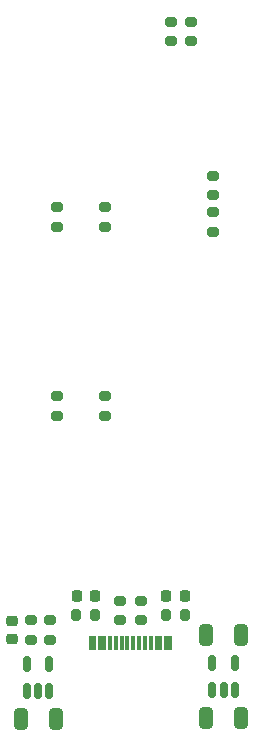
<source format=gtp>
%TF.GenerationSoftware,KiCad,Pcbnew,(6.0.5)*%
%TF.CreationDate,2022-11-21T17:11:25+07:00*%
%TF.ProjectId,Smart_P_ESP_3,536d6172-745f-4505-9f45-53505f332e6b,rev?*%
%TF.SameCoordinates,PX88da2e0PY8b54f20*%
%TF.FileFunction,Paste,Top*%
%TF.FilePolarity,Positive*%
%FSLAX46Y46*%
G04 Gerber Fmt 4.6, Leading zero omitted, Abs format (unit mm)*
G04 Created by KiCad (PCBNEW (6.0.5)) date 2022-11-21 17:11:25*
%MOMM*%
%LPD*%
G01*
G04 APERTURE LIST*
G04 Aperture macros list*
%AMRoundRect*
0 Rectangle with rounded corners*
0 $1 Rounding radius*
0 $2 $3 $4 $5 $6 $7 $8 $9 X,Y pos of 4 corners*
0 Add a 4 corners polygon primitive as box body*
4,1,4,$2,$3,$4,$5,$6,$7,$8,$9,$2,$3,0*
0 Add four circle primitives for the rounded corners*
1,1,$1+$1,$2,$3*
1,1,$1+$1,$4,$5*
1,1,$1+$1,$6,$7*
1,1,$1+$1,$8,$9*
0 Add four rect primitives between the rounded corners*
20,1,$1+$1,$2,$3,$4,$5,0*
20,1,$1+$1,$4,$5,$6,$7,0*
20,1,$1+$1,$6,$7,$8,$9,0*
20,1,$1+$1,$8,$9,$2,$3,0*%
G04 Aperture macros list end*
%ADD10RoundRect,0.200000X0.275000X-0.200000X0.275000X0.200000X-0.275000X0.200000X-0.275000X-0.200000X0*%
%ADD11RoundRect,0.200000X0.200000X0.275000X-0.200000X0.275000X-0.200000X-0.275000X0.200000X-0.275000X0*%
%ADD12RoundRect,0.218750X0.256250X-0.218750X0.256250X0.218750X-0.256250X0.218750X-0.256250X-0.218750X0*%
%ADD13RoundRect,0.250000X-0.325000X-0.650000X0.325000X-0.650000X0.325000X0.650000X-0.325000X0.650000X0*%
%ADD14RoundRect,0.250000X0.325000X0.650000X-0.325000X0.650000X-0.325000X-0.650000X0.325000X-0.650000X0*%
%ADD15RoundRect,0.218750X0.218750X0.256250X-0.218750X0.256250X-0.218750X-0.256250X0.218750X-0.256250X0*%
%ADD16RoundRect,0.218750X-0.218750X-0.256250X0.218750X-0.256250X0.218750X0.256250X-0.218750X0.256250X0*%
%ADD17RoundRect,0.200000X-0.200000X-0.275000X0.200000X-0.275000X0.200000X0.275000X-0.200000X0.275000X0*%
%ADD18RoundRect,0.150000X0.150000X-0.512500X0.150000X0.512500X-0.150000X0.512500X-0.150000X-0.512500X0*%
%ADD19RoundRect,0.200000X-0.275000X0.200000X-0.275000X-0.200000X0.275000X-0.200000X0.275000X0.200000X0*%
%ADD20R,0.300000X1.150000*%
G04 APERTURE END LIST*
D10*
%TO.C,R19*%
X18000000Y42650000D03*
X18000000Y44300000D03*
%TD*%
D11*
%TO.C,R6*%
X8025000Y10200000D03*
X6375000Y10200000D03*
%TD*%
D10*
%TO.C,R28*%
X4750000Y27075000D03*
X4750000Y28725000D03*
%TD*%
D12*
%TO.C,D6*%
X950000Y8162500D03*
X950000Y9737500D03*
%TD*%
D10*
%TO.C,R29*%
X8850000Y27075000D03*
X8850000Y28725000D03*
%TD*%
D13*
%TO.C,C6*%
X17425000Y8500000D03*
X20375000Y8500000D03*
%TD*%
D14*
%TO.C,C11*%
X4675000Y1450000D03*
X1725000Y1450000D03*
%TD*%
D10*
%TO.C,R24*%
X16100000Y58775000D03*
X16100000Y60425000D03*
%TD*%
D15*
%TO.C,D3*%
X15587500Y11850000D03*
X14012500Y11850000D03*
%TD*%
D16*
%TO.C,D4*%
X6462500Y11850000D03*
X8037500Y11850000D03*
%TD*%
D14*
%TO.C,C5*%
X20375000Y1500000D03*
X17425000Y1500000D03*
%TD*%
D17*
%TO.C,R9*%
X13975000Y10200000D03*
X15625000Y10200000D03*
%TD*%
D10*
%TO.C,R27*%
X8850000Y43075000D03*
X8850000Y44725000D03*
%TD*%
D18*
%TO.C,U4*%
X2250000Y3812500D03*
X3200000Y3812500D03*
X4150000Y3812500D03*
X4150000Y6087500D03*
X2250000Y6087500D03*
%TD*%
D10*
%TO.C,R15*%
X2600000Y8125000D03*
X2600000Y9775000D03*
%TD*%
%TO.C,R25*%
X14400000Y58775000D03*
X14400000Y60425000D03*
%TD*%
%TO.C,R26*%
X4750000Y43075000D03*
X4750000Y44725000D03*
%TD*%
D19*
%TO.C,R16*%
X4200000Y9775000D03*
X4200000Y8125000D03*
%TD*%
D20*
%TO.C,J1*%
X7650000Y7870000D03*
X8450000Y7870000D03*
X9750000Y7870000D03*
X10750000Y7870000D03*
X11250000Y7870000D03*
X12250000Y7870000D03*
X13550000Y7870000D03*
X14350000Y7870000D03*
X14050000Y7870000D03*
X13250000Y7870000D03*
X12750000Y7870000D03*
X11750000Y7870000D03*
X10250000Y7870000D03*
X9250000Y7870000D03*
X8750000Y7870000D03*
X7950000Y7870000D03*
%TD*%
D18*
%TO.C,U1*%
X17950000Y3862500D03*
X18900000Y3862500D03*
X19850000Y3862500D03*
X19850000Y6137500D03*
X17950000Y6137500D03*
%TD*%
D10*
%TO.C,R20*%
X18000000Y45750000D03*
X18000000Y47400000D03*
%TD*%
%TO.C,R10*%
X10100000Y9775000D03*
X10100000Y11425000D03*
%TD*%
%TO.C,R11*%
X11900000Y9775000D03*
X11900000Y11425000D03*
%TD*%
M02*

</source>
